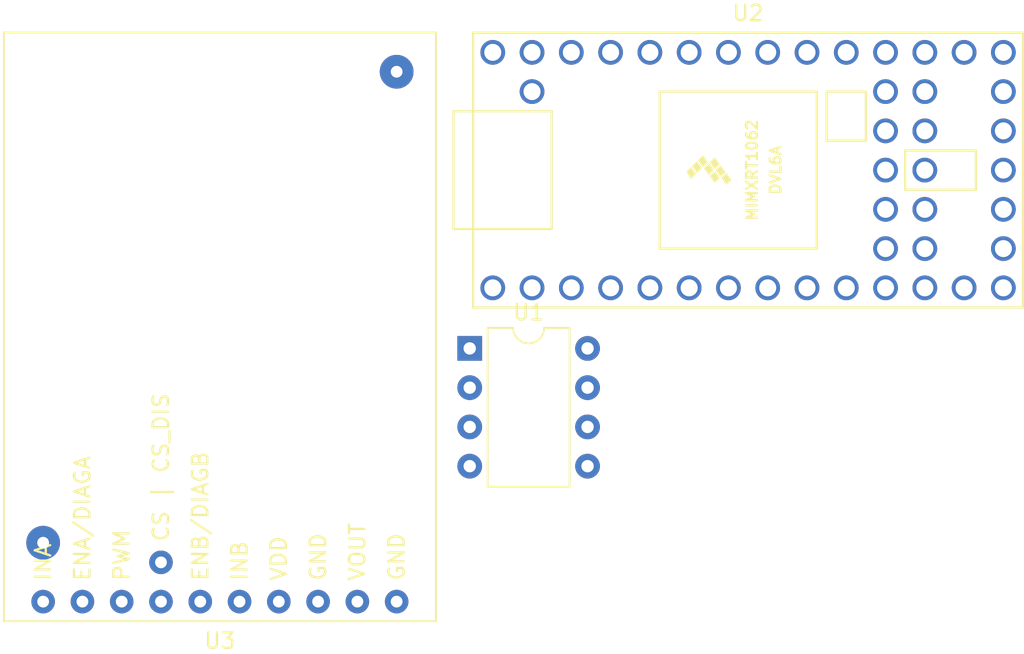
<source format=kicad_pcb>
(kicad_pcb (version 20171130) (host pcbnew 5.1.8-db9833491~87~ubuntu18.04.1)

  (general
    (thickness 1.6)
    (drawings 0)
    (tracks 0)
    (zones 0)
    (modules 3)
    (nets 64)
  )

  (page A4)
  (layers
    (0 F.Cu signal)
    (31 B.Cu signal)
    (32 B.Adhes user)
    (33 F.Adhes user)
    (34 B.Paste user)
    (35 F.Paste user)
    (36 B.SilkS user)
    (37 F.SilkS user)
    (38 B.Mask user)
    (39 F.Mask user)
    (40 Dwgs.User user)
    (41 Cmts.User user)
    (42 Eco1.User user)
    (43 Eco2.User user)
    (44 Edge.Cuts user)
    (45 Margin user)
    (46 B.CrtYd user)
    (47 F.CrtYd user)
    (48 B.Fab user)
    (49 F.Fab user)
  )

  (setup
    (last_trace_width 0.25)
    (trace_clearance 0.2)
    (zone_clearance 0.508)
    (zone_45_only no)
    (trace_min 0.2)
    (via_size 0.8)
    (via_drill 0.4)
    (via_min_size 0.4)
    (via_min_drill 0.3)
    (uvia_size 0.3)
    (uvia_drill 0.1)
    (uvias_allowed no)
    (uvia_min_size 0.2)
    (uvia_min_drill 0.1)
    (edge_width 0.05)
    (segment_width 0.2)
    (pcb_text_width 0.3)
    (pcb_text_size 1.5 1.5)
    (mod_edge_width 0.12)
    (mod_text_size 1 1)
    (mod_text_width 0.15)
    (pad_size 1.524 1.524)
    (pad_drill 0.762)
    (pad_to_mask_clearance 0)
    (aux_axis_origin 0 0)
    (visible_elements FFFFFF7F)
    (pcbplotparams
      (layerselection 0x010fc_ffffffff)
      (usegerberextensions false)
      (usegerberattributes true)
      (usegerberadvancedattributes true)
      (creategerberjobfile true)
      (excludeedgelayer true)
      (linewidth 0.100000)
      (plotframeref false)
      (viasonmask false)
      (mode 1)
      (useauxorigin false)
      (hpglpennumber 1)
      (hpglpenspeed 20)
      (hpglpendiameter 15.000000)
      (psnegative false)
      (psa4output false)
      (plotreference true)
      (plotvalue true)
      (plotinvisibletext false)
      (padsonsilk false)
      (subtractmaskfromsilk false)
      (outputformat 1)
      (mirror false)
      (drillshape 1)
      (scaleselection 1)
      (outputdirectory ""))
  )

  (net 0 "")
  (net 1 "Net-(U1-Pad1)")
  (net 2 "Net-(U1-Pad5)")
  (net 3 "Net-(U1-Pad2)")
  (net 4 "Net-(U1-Pad6)")
  (net 5 "Net-(U1-Pad3)")
  (net 6 "Net-(U1-Pad7)")
  (net 7 "Net-(U1-Pad4)")
  (net 8 "Net-(U1-Pad8)")
  (net 9 "Net-(U2-Pad17)")
  (net 10 "Net-(U2-Pad18)")
  (net 11 "Net-(U2-Pad19)")
  (net 12 "Net-(U2-Pad20)")
  (net 13 "Net-(U2-Pad16)")
  (net 14 "Net-(U2-Pad15)")
  (net 15 "Net-(U2-Pad14)")
  (net 16 "Net-(U2-Pad21)")
  (net 17 "Net-(U2-Pad22)")
  (net 18 "Net-(U2-Pad23)")
  (net 19 "Net-(U2-Pad24)")
  (net 20 "Net-(U2-Pad25)")
  (net 21 "Net-(U2-Pad26)")
  (net 22 "Net-(U2-Pad27)")
  (net 23 "Net-(U2-Pad28)")
  (net 24 "Net-(U2-Pad29)")
  (net 25 "Net-(U2-Pad30)")
  (net 26 "Net-(U2-Pad31)")
  (net 27 "Net-(U2-Pad32)")
  (net 28 "Net-(U2-Pad33)")
  (net 29 "Net-(U2-Pad34)")
  (net 30 "Net-(U2-Pad13)")
  (net 31 "Net-(U2-Pad12)")
  (net 32 "Net-(U2-Pad11)")
  (net 33 "Net-(U2-Pad10)")
  (net 34 "Net-(U2-Pad9)")
  (net 35 "Net-(U2-Pad8)")
  (net 36 "Net-(U2-Pad7)")
  (net 37 "Net-(U2-Pad6)")
  (net 38 "Net-(U2-Pad5)")
  (net 39 "Net-(U2-Pad4)")
  (net 40 "Net-(U2-Pad3)")
  (net 41 "Net-(U2-Pad2)")
  (net 42 "Net-(U2-Pad1)")
  (net 43 "Net-(U2-Pad35)")
  (net 44 "Net-(U2-Pad36)")
  (net 45 "Net-(U2-Pad37)")
  (net 46 "Net-(U2-Pad38)")
  (net 47 "Net-(U2-Pad39)")
  (net 48 "Net-(U2-Pad40)")
  (net 49 "Net-(U2-Pad41)")
  (net 50 "Net-(U2-Pad42)")
  (net 51 "Net-(U2-Pad43)")
  (net 52 "Net-(U2-Pad44)")
  (net 53 "Net-(U3-Pad11)")
  (net 54 "Net-(U3-Pad10)")
  (net 55 "Net-(U3-Pad9)")
  (net 56 "Net-(U3-Pad8)")
  (net 57 "Net-(U3-Pad7)")
  (net 58 "Net-(U3-Pad6)")
  (net 59 "Net-(U3-Pad5)")
  (net 60 "Net-(U3-Pad4)")
  (net 61 "Net-(U3-Pad3)")
  (net 62 "Net-(U3-Pad2)")
  (net 63 "Net-(U3-Pad1)")

  (net_class Default "This is the default net class."
    (clearance 0.2)
    (trace_width 0.25)
    (via_dia 0.8)
    (via_drill 0.4)
    (uvia_dia 0.3)
    (uvia_drill 0.1)
    (add_net "Net-(U1-Pad1)")
    (add_net "Net-(U1-Pad2)")
    (add_net "Net-(U1-Pad3)")
    (add_net "Net-(U1-Pad4)")
    (add_net "Net-(U1-Pad5)")
    (add_net "Net-(U1-Pad6)")
    (add_net "Net-(U1-Pad7)")
    (add_net "Net-(U1-Pad8)")
    (add_net "Net-(U2-Pad1)")
    (add_net "Net-(U2-Pad10)")
    (add_net "Net-(U2-Pad11)")
    (add_net "Net-(U2-Pad12)")
    (add_net "Net-(U2-Pad13)")
    (add_net "Net-(U2-Pad14)")
    (add_net "Net-(U2-Pad15)")
    (add_net "Net-(U2-Pad16)")
    (add_net "Net-(U2-Pad17)")
    (add_net "Net-(U2-Pad18)")
    (add_net "Net-(U2-Pad19)")
    (add_net "Net-(U2-Pad2)")
    (add_net "Net-(U2-Pad20)")
    (add_net "Net-(U2-Pad21)")
    (add_net "Net-(U2-Pad22)")
    (add_net "Net-(U2-Pad23)")
    (add_net "Net-(U2-Pad24)")
    (add_net "Net-(U2-Pad25)")
    (add_net "Net-(U2-Pad26)")
    (add_net "Net-(U2-Pad27)")
    (add_net "Net-(U2-Pad28)")
    (add_net "Net-(U2-Pad29)")
    (add_net "Net-(U2-Pad3)")
    (add_net "Net-(U2-Pad30)")
    (add_net "Net-(U2-Pad31)")
    (add_net "Net-(U2-Pad32)")
    (add_net "Net-(U2-Pad33)")
    (add_net "Net-(U2-Pad34)")
    (add_net "Net-(U2-Pad35)")
    (add_net "Net-(U2-Pad36)")
    (add_net "Net-(U2-Pad37)")
    (add_net "Net-(U2-Pad38)")
    (add_net "Net-(U2-Pad39)")
    (add_net "Net-(U2-Pad4)")
    (add_net "Net-(U2-Pad40)")
    (add_net "Net-(U2-Pad41)")
    (add_net "Net-(U2-Pad42)")
    (add_net "Net-(U2-Pad43)")
    (add_net "Net-(U2-Pad44)")
    (add_net "Net-(U2-Pad5)")
    (add_net "Net-(U2-Pad6)")
    (add_net "Net-(U2-Pad7)")
    (add_net "Net-(U2-Pad8)")
    (add_net "Net-(U2-Pad9)")
    (add_net "Net-(U3-Pad1)")
    (add_net "Net-(U3-Pad10)")
    (add_net "Net-(U3-Pad11)")
    (add_net "Net-(U3-Pad2)")
    (add_net "Net-(U3-Pad3)")
    (add_net "Net-(U3-Pad4)")
    (add_net "Net-(U3-Pad5)")
    (add_net "Net-(U3-Pad6)")
    (add_net "Net-(U3-Pad7)")
    (add_net "Net-(U3-Pad8)")
    (add_net "Net-(U3-Pad9)")
  )

  (module Package_DIP:DIP-8_W7.62mm (layer F.Cu) (tedit 5A02E8C5) (tstamp 5FA8A0AA)
    (at 154.835001 50.985001)
    (descr "8-lead though-hole mounted DIP package, row spacing 7.62 mm (300 mils)")
    (tags "THT DIP DIL PDIP 2.54mm 7.62mm 300mil")
    (path /5FA83887)
    (fp_text reference U1 (at 3.81 -2.33) (layer F.SilkS)
      (effects (font (size 1 1) (thickness 0.15)))
    )
    (fp_text value LM2574N-5 (at 3.81 9.95) (layer F.Fab)
      (effects (font (size 1 1) (thickness 0.15)))
    )
    (fp_line (start 8.7 -1.55) (end -1.1 -1.55) (layer F.CrtYd) (width 0.05))
    (fp_line (start 8.7 9.15) (end 8.7 -1.55) (layer F.CrtYd) (width 0.05))
    (fp_line (start -1.1 9.15) (end 8.7 9.15) (layer F.CrtYd) (width 0.05))
    (fp_line (start -1.1 -1.55) (end -1.1 9.15) (layer F.CrtYd) (width 0.05))
    (fp_line (start 6.46 -1.33) (end 4.81 -1.33) (layer F.SilkS) (width 0.12))
    (fp_line (start 6.46 8.95) (end 6.46 -1.33) (layer F.SilkS) (width 0.12))
    (fp_line (start 1.16 8.95) (end 6.46 8.95) (layer F.SilkS) (width 0.12))
    (fp_line (start 1.16 -1.33) (end 1.16 8.95) (layer F.SilkS) (width 0.12))
    (fp_line (start 2.81 -1.33) (end 1.16 -1.33) (layer F.SilkS) (width 0.12))
    (fp_line (start 0.635 -0.27) (end 1.635 -1.27) (layer F.Fab) (width 0.1))
    (fp_line (start 0.635 8.89) (end 0.635 -0.27) (layer F.Fab) (width 0.1))
    (fp_line (start 6.985 8.89) (end 0.635 8.89) (layer F.Fab) (width 0.1))
    (fp_line (start 6.985 -1.27) (end 6.985 8.89) (layer F.Fab) (width 0.1))
    (fp_line (start 1.635 -1.27) (end 6.985 -1.27) (layer F.Fab) (width 0.1))
    (fp_arc (start 3.81 -1.33) (end 2.81 -1.33) (angle -180) (layer F.SilkS) (width 0.12))
    (fp_text user %R (at 3.81 3.81) (layer F.Fab)
      (effects (font (size 1 1) (thickness 0.15)))
    )
    (pad 1 thru_hole rect (at 0 0) (size 1.6 1.6) (drill 0.8) (layers *.Cu *.Mask)
      (net 1 "Net-(U1-Pad1)"))
    (pad 5 thru_hole oval (at 7.62 7.62) (size 1.6 1.6) (drill 0.8) (layers *.Cu *.Mask)
      (net 2 "Net-(U1-Pad5)"))
    (pad 2 thru_hole oval (at 0 2.54) (size 1.6 1.6) (drill 0.8) (layers *.Cu *.Mask)
      (net 3 "Net-(U1-Pad2)"))
    (pad 6 thru_hole oval (at 7.62 5.08) (size 1.6 1.6) (drill 0.8) (layers *.Cu *.Mask)
      (net 4 "Net-(U1-Pad6)"))
    (pad 3 thru_hole oval (at 0 5.08) (size 1.6 1.6) (drill 0.8) (layers *.Cu *.Mask)
      (net 5 "Net-(U1-Pad3)"))
    (pad 7 thru_hole oval (at 7.62 2.54) (size 1.6 1.6) (drill 0.8) (layers *.Cu *.Mask)
      (net 6 "Net-(U1-Pad7)"))
    (pad 4 thru_hole oval (at 0 7.62) (size 1.6 1.6) (drill 0.8) (layers *.Cu *.Mask)
      (net 7 "Net-(U1-Pad4)"))
    (pad 8 thru_hole oval (at 7.62 0) (size 1.6 1.6) (drill 0.8) (layers *.Cu *.Mask)
      (net 8 "Net-(U1-Pad8)"))
    (model ${KISYS3DMOD}/Package_DIP.3dshapes/DIP-8_W7.62mm.wrl
      (at (xyz 0 0 0))
      (scale (xyz 1 1 1))
      (rotate (xyz 0 0 0))
    )
  )

  (module teensy:Teensy40 (layer F.Cu) (tedit 5FA83DCA) (tstamp 5FA8A0FA)
    (at 172.835001 39.445001)
    (path /5FA816CD)
    (fp_text reference U2 (at 0 -10.16) (layer F.SilkS)
      (effects (font (size 1 1) (thickness 0.15)))
    )
    (fp_text value Teensy4.0 (at 0 10.16) (layer F.Fab)
      (effects (font (size 1 1) (thickness 0.15)))
    )
    (fp_line (start -17.78 3.81) (end -19.05 3.81) (layer F.SilkS) (width 0.15))
    (fp_line (start -19.05 3.81) (end -19.05 -3.81) (layer F.SilkS) (width 0.15))
    (fp_line (start -19.05 -3.81) (end -17.78 -3.81) (layer F.SilkS) (width 0.15))
    (fp_line (start -12.7 3.81) (end -12.7 -3.81) (layer F.SilkS) (width 0.15))
    (fp_line (start -12.7 -3.81) (end -17.78 -3.81) (layer F.SilkS) (width 0.15))
    (fp_line (start -12.7 3.81) (end -17.78 3.81) (layer F.SilkS) (width 0.15))
    (fp_line (start 14.732 -1.27) (end 14.732 1.27) (layer F.SilkS) (width 0.15))
    (fp_line (start 14.732 1.27) (end 10.16 1.27) (layer F.SilkS) (width 0.15))
    (fp_line (start 10.16 1.27) (end 10.16 -1.27) (layer F.SilkS) (width 0.15))
    (fp_line (start 10.16 -1.27) (end 14.732 -1.27) (layer F.SilkS) (width 0.15))
    (fp_line (start 4.445 5.08) (end 4.445 -5.08) (layer F.SilkS) (width 0.15))
    (fp_line (start -5.715 -5.08) (end -5.715 5.08) (layer F.SilkS) (width 0.15))
    (fp_line (start 4.445 -5.08) (end -5.715 -5.08) (layer F.SilkS) (width 0.15))
    (fp_line (start 4.445 5.08) (end -5.715 5.08) (layer F.SilkS) (width 0.15))
    (fp_line (start -17.78 -8.89) (end 17.78 -8.89) (layer F.SilkS) (width 0.15))
    (fp_line (start 17.78 -8.89) (end 17.78 8.89) (layer F.SilkS) (width 0.15))
    (fp_line (start 17.78 8.89) (end -17.78 8.89) (layer F.SilkS) (width 0.15))
    (fp_line (start -17.78 8.89) (end -17.78 -8.89) (layer F.SilkS) (width 0.15))
    (fp_line (start 5.08 -5.08) (end 7.62 -5.08) (layer F.SilkS) (width 0.15))
    (fp_line (start 7.62 -5.08) (end 7.62 -1.905) (layer F.SilkS) (width 0.15))
    (fp_line (start 7.62 -1.905) (end 5.08 -1.905) (layer F.SilkS) (width 0.15))
    (fp_line (start 5.08 -1.905) (end 5.08 -5.08) (layer F.SilkS) (width 0.15))
    (fp_poly (pts (xy -3.175 -0.635) (xy -2.921 -0.889) (xy -2.667 -0.508) (xy -2.921 -0.254)) (layer F.SilkS) (width 0.1))
    (fp_poly (pts (xy -2.794 -0.127) (xy -2.54 -0.381) (xy -2.286 0) (xy -2.54 0.254)) (layer F.SilkS) (width 0.1))
    (fp_poly (pts (xy -2.413 0.381) (xy -2.159 0.127) (xy -1.905 0.508) (xy -2.159 0.762)) (layer F.SilkS) (width 0.1))
    (fp_poly (pts (xy -2.413 -0.508) (xy -2.159 -0.762) (xy -1.905 -0.381) (xy -2.159 -0.127)) (layer F.SilkS) (width 0.1))
    (fp_poly (pts (xy -2.032 0) (xy -1.778 -0.254) (xy -1.524 0.127) (xy -1.778 0.381)) (layer F.SilkS) (width 0.1))
    (fp_poly (pts (xy -1.651 0.508) (xy -1.397 0.254) (xy -1.143 0.635) (xy -1.397 0.889)) (layer F.SilkS) (width 0.1))
    (fp_poly (pts (xy -3.556 -0.254) (xy -3.302 -0.508) (xy -3.048 -0.127) (xy -3.302 0.127)) (layer F.SilkS) (width 0.1))
    (fp_poly (pts (xy -3.937 0.127) (xy -3.683 -0.127) (xy -3.429 0.254) (xy -3.683 0.508)) (layer F.SilkS) (width 0.1))
    (fp_text user MIMXRT1062 (at 0.254 0 90) (layer F.SilkS)
      (effects (font (size 0.7 0.7) (thickness 0.15)))
    )
    (fp_text user DVL6A (at 1.778 0 90) (layer F.SilkS)
      (effects (font (size 0.7 0.7) (thickness 0.15)))
    )
    (pad 17 thru_hole circle (at 16.51 0) (size 1.6 1.6) (drill 1.1) (layers *.Cu *.Mask)
      (net 9 "Net-(U2-Pad17)"))
    (pad 18 thru_hole circle (at 16.51 -2.54) (size 1.6 1.6) (drill 1.1) (layers *.Cu *.Mask)
      (net 10 "Net-(U2-Pad18)"))
    (pad 19 thru_hole circle (at 16.51 -5.08) (size 1.6 1.6) (drill 1.1) (layers *.Cu *.Mask)
      (net 11 "Net-(U2-Pad19)"))
    (pad 20 thru_hole circle (at 16.51 -7.62) (size 1.6 1.6) (drill 1.1) (layers *.Cu *.Mask)
      (net 12 "Net-(U2-Pad20)"))
    (pad 16 thru_hole circle (at 16.51 2.54) (size 1.6 1.6) (drill 1.1) (layers *.Cu *.Mask)
      (net 13 "Net-(U2-Pad16)"))
    (pad 15 thru_hole circle (at 16.51 5.08) (size 1.6 1.6) (drill 1.1) (layers *.Cu *.Mask)
      (net 14 "Net-(U2-Pad15)"))
    (pad 14 thru_hole circle (at 16.51 7.62) (size 1.6 1.6) (drill 1.1) (layers *.Cu *.Mask)
      (net 15 "Net-(U2-Pad14)"))
    (pad 21 thru_hole circle (at 13.97 -7.62) (size 1.6 1.6) (drill 1.1) (layers *.Cu *.Mask)
      (net 16 "Net-(U2-Pad21)"))
    (pad 22 thru_hole circle (at 11.43 -7.62) (size 1.6 1.6) (drill 1.1) (layers *.Cu *.Mask)
      (net 17 "Net-(U2-Pad22)"))
    (pad 23 thru_hole circle (at 8.89 -7.62) (size 1.6 1.6) (drill 1.1) (layers *.Cu *.Mask)
      (net 18 "Net-(U2-Pad23)"))
    (pad 24 thru_hole circle (at 6.35 -7.62) (size 1.6 1.6) (drill 1.1) (layers *.Cu *.Mask)
      (net 19 "Net-(U2-Pad24)"))
    (pad 25 thru_hole circle (at 3.81 -7.62) (size 1.6 1.6) (drill 1.1) (layers *.Cu *.Mask)
      (net 20 "Net-(U2-Pad25)"))
    (pad 26 thru_hole circle (at 1.27 -7.62) (size 1.6 1.6) (drill 1.1) (layers *.Cu *.Mask)
      (net 21 "Net-(U2-Pad26)"))
    (pad 27 thru_hole circle (at -1.27 -7.62) (size 1.6 1.6) (drill 1.1) (layers *.Cu *.Mask)
      (net 22 "Net-(U2-Pad27)"))
    (pad 28 thru_hole circle (at -3.81 -7.62) (size 1.6 1.6) (drill 1.1) (layers *.Cu *.Mask)
      (net 23 "Net-(U2-Pad28)"))
    (pad 29 thru_hole circle (at -6.35 -7.62) (size 1.6 1.6) (drill 1.1) (layers *.Cu *.Mask)
      (net 24 "Net-(U2-Pad29)"))
    (pad 30 thru_hole circle (at -8.89 -7.62) (size 1.6 1.6) (drill 1.1) (layers *.Cu *.Mask)
      (net 25 "Net-(U2-Pad30)"))
    (pad 31 thru_hole circle (at -11.43 -7.62) (size 1.6 1.6) (drill 1.1) (layers *.Cu *.Mask)
      (net 26 "Net-(U2-Pad31)"))
    (pad 32 thru_hole circle (at -13.97 -7.62) (size 1.6 1.6) (drill 1.1) (layers *.Cu *.Mask)
      (net 27 "Net-(U2-Pad32)"))
    (pad 33 thru_hole circle (at -16.51 -7.62) (size 1.6 1.6) (drill 1.1) (layers *.Cu *.Mask)
      (net 28 "Net-(U2-Pad33)"))
    (pad 34 thru_hole circle (at -13.97 -5.08) (size 1.6 1.6) (drill 1.1) (layers *.Cu *.Mask)
      (net 29 "Net-(U2-Pad34)"))
    (pad 13 thru_hole circle (at 13.97 7.62) (size 1.6 1.6) (drill 1.1) (layers *.Cu *.Mask)
      (net 30 "Net-(U2-Pad13)"))
    (pad 12 thru_hole circle (at 11.43 7.62) (size 1.6 1.6) (drill 1.1) (layers *.Cu *.Mask)
      (net 31 "Net-(U2-Pad12)"))
    (pad 11 thru_hole circle (at 8.89 7.62) (size 1.6 1.6) (drill 1.1) (layers *.Cu *.Mask)
      (net 32 "Net-(U2-Pad11)"))
    (pad 10 thru_hole circle (at 6.35 7.62) (size 1.6 1.6) (drill 1.1) (layers *.Cu *.Mask)
      (net 33 "Net-(U2-Pad10)"))
    (pad 9 thru_hole circle (at 3.81 7.62) (size 1.6 1.6) (drill 1.1) (layers *.Cu *.Mask)
      (net 34 "Net-(U2-Pad9)"))
    (pad 8 thru_hole circle (at 1.27 7.62) (size 1.6 1.6) (drill 1.1) (layers *.Cu *.Mask)
      (net 35 "Net-(U2-Pad8)"))
    (pad 7 thru_hole circle (at -1.27 7.62) (size 1.6 1.6) (drill 1.1) (layers *.Cu *.Mask)
      (net 36 "Net-(U2-Pad7)"))
    (pad 6 thru_hole circle (at -3.81 7.62) (size 1.6 1.6) (drill 1.1) (layers *.Cu *.Mask)
      (net 37 "Net-(U2-Pad6)"))
    (pad 5 thru_hole circle (at -6.35 7.62) (size 1.6 1.6) (drill 1.1) (layers *.Cu *.Mask)
      (net 38 "Net-(U2-Pad5)"))
    (pad 4 thru_hole circle (at -8.89 7.62) (size 1.6 1.6) (drill 1.1) (layers *.Cu *.Mask)
      (net 39 "Net-(U2-Pad4)"))
    (pad 3 thru_hole circle (at -11.43 7.62) (size 1.6 1.6) (drill 1.1) (layers *.Cu *.Mask)
      (net 40 "Net-(U2-Pad3)"))
    (pad 2 thru_hole circle (at -13.97 7.62) (size 1.6 1.6) (drill 1.1) (layers *.Cu *.Mask)
      (net 41 "Net-(U2-Pad2)"))
    (pad 1 thru_hole circle (at -16.51 7.62) (size 1.6 1.6) (drill 1.1) (layers *.Cu *.Mask)
      (net 42 "Net-(U2-Pad1)"))
    (pad 35 thru_hole circle (at 11.43 -5.08) (size 1.6 1.6) (drill 1.1) (layers *.Cu *.Mask)
      (net 43 "Net-(U2-Pad35)"))
    (pad 36 thru_hole circle (at 8.89 -5.08) (size 1.6 1.6) (drill 1.1) (layers *.Cu *.Mask)
      (net 44 "Net-(U2-Pad36)"))
    (pad 37 thru_hole circle (at 11.43 -2.54) (size 1.6 1.6) (drill 1.1) (layers *.Cu *.Mask)
      (net 45 "Net-(U2-Pad37)"))
    (pad 38 thru_hole circle (at 8.89 -2.54) (size 1.6 1.6) (drill 1.1) (layers *.Cu *.Mask)
      (net 46 "Net-(U2-Pad38)"))
    (pad 39 thru_hole circle (at 11.43 0) (size 1.6 1.6) (drill 1.1) (layers *.Cu *.Mask)
      (net 47 "Net-(U2-Pad39)"))
    (pad 40 thru_hole circle (at 8.89 0) (size 1.6 1.6) (drill 1.1) (layers *.Cu *.Mask)
      (net 48 "Net-(U2-Pad40)"))
    (pad 41 thru_hole circle (at 11.43 2.54) (size 1.6 1.6) (drill 1.1) (layers *.Cu *.Mask)
      (net 49 "Net-(U2-Pad41)"))
    (pad 42 thru_hole circle (at 8.89 2.54) (size 1.6 1.6) (drill 1.1) (layers *.Cu *.Mask)
      (net 50 "Net-(U2-Pad42)"))
    (pad 43 thru_hole circle (at 11.43 5.08) (size 1.6 1.6) (drill 1.1) (layers *.Cu *.Mask)
      (net 51 "Net-(U2-Pad43)"))
    (pad 44 thru_hole circle (at 8.89 5.08) (size 1.6 1.6) (drill 1.1) (layers *.Cu *.Mask)
      (net 52 "Net-(U2-Pad44)"))
    (model ${KISYS3DMOD}/Teensy.3dshapes/Teensy_4.0_Assembly.step
      (offset (xyz 33.02 9.398 -12.7))
      (scale (xyz 1 1 1))
      (rotate (xyz -90 0 0))
    )
  )

  (module Pololu:md15a (layer F.Cu) (tedit 5FA83917) (tstamp 5FA8A119)
    (at 124.71 68.640001)
    (descr "pololu motor driver with VNH5019")
    (tags "VNH5019 md15a")
    (path /5FA82B2B)
    (fp_text reference U3 (at 13.97 1.27) (layer F.SilkS)
      (effects (font (size 1 1) (thickness 0.15)))
    )
    (fp_text value MD15A (at 13.97 -21.59) (layer F.Fab)
      (effects (font (size 2.54 2.54) (thickness 0.15)))
    )
    (fp_line (start 0 0) (end 27.94 0) (layer F.SilkS) (width 0.12))
    (fp_line (start 27.94 0) (end 27.94 -38.1) (layer F.SilkS) (width 0.12))
    (fp_line (start 27.94 -38.1) (end 0 -38.1) (layer F.SilkS) (width 0.12))
    (fp_line (start 0 -38.1) (end 0 0) (layer F.SilkS) (width 0.12))
    (fp_text user GND (at 25.4 -2.54 90) (layer F.SilkS)
      (effects (font (size 1 1) (thickness 0.15)) (justify left))
    )
    (fp_text user VOUT (at 22.86 -2.54 90) (layer F.SilkS)
      (effects (font (size 1 1) (thickness 0.15)) (justify left))
    )
    (fp_text user GND (at 20.32 -2.54 90) (layer F.SilkS)
      (effects (font (size 1 1) (thickness 0.15)) (justify left))
    )
    (fp_text user VDD (at 17.78 -2.54 90) (layer F.SilkS)
      (effects (font (size 1 1) (thickness 0.15)) (justify left))
    )
    (fp_text user INB (at 15.24 -2.54 90) (layer F.SilkS)
      (effects (font (size 1 1) (thickness 0.15)) (justify left))
    )
    (fp_text user ENB/DIAGB (at 12.7 -2.54 90) (layer F.SilkS)
      (effects (font (size 1 1) (thickness 0.15)) (justify left))
    )
    (fp_text user "CS | CS_DIS" (at 10.16 -5.08 90) (layer F.SilkS)
      (effects (font (size 1 1) (thickness 0.15)) (justify left))
    )
    (fp_text user PWM (at 7.62 -2.54 90) (layer F.SilkS)
      (effects (font (size 1 1) (thickness 0.15)) (justify left))
    )
    (fp_text user ENA/DIAGA (at 5.08 -2.54 90) (layer F.SilkS)
      (effects (font (size 1 1) (thickness 0.15)) (justify left))
    )
    (fp_text user INA (at 2.54 -2.54 90) (layer F.SilkS)
      (effects (font (size 1 1) (thickness 0.15)) (justify left))
    )
    (pad "" np_thru_hole circle (at 25.4 -35.56) (size 2.1844 2.1844) (drill 0.762) (layers *.Cu *.Mask))
    (pad "" np_thru_hole circle (at 2.54 -5.08) (size 2.1844 2.1844) (drill 0.762) (layers *.Cu *.Mask))
    (pad 11 thru_hole circle (at 10.16 -3.81) (size 1.524 1.524) (drill 0.762) (layers *.Cu *.Mask)
      (net 53 "Net-(U3-Pad11)"))
    (pad 10 thru_hole circle (at 25.4 -1.27) (size 1.524 1.524) (drill 0.762) (layers *.Cu *.Mask)
      (net 54 "Net-(U3-Pad10)"))
    (pad 9 thru_hole circle (at 22.86 -1.27) (size 1.524 1.524) (drill 0.762) (layers *.Cu *.Mask)
      (net 55 "Net-(U3-Pad9)"))
    (pad 8 thru_hole circle (at 20.32 -1.27) (size 1.524 1.524) (drill 0.762) (layers *.Cu *.Mask)
      (net 56 "Net-(U3-Pad8)"))
    (pad 7 thru_hole circle (at 17.78 -1.27) (size 1.524 1.524) (drill 0.762) (layers *.Cu *.Mask)
      (net 57 "Net-(U3-Pad7)"))
    (pad 6 thru_hole circle (at 15.24 -1.27) (size 1.524 1.524) (drill 0.762) (layers *.Cu *.Mask)
      (net 58 "Net-(U3-Pad6)"))
    (pad 5 thru_hole circle (at 12.7 -1.27) (size 1.524 1.524) (drill 0.762) (layers *.Cu *.Mask)
      (net 59 "Net-(U3-Pad5)"))
    (pad 4 thru_hole circle (at 10.16 -1.27) (size 1.524 1.524) (drill 0.762) (layers *.Cu *.Mask)
      (net 60 "Net-(U3-Pad4)"))
    (pad 3 thru_hole circle (at 7.62 -1.27) (size 1.524 1.524) (drill 0.762) (layers *.Cu *.Mask)
      (net 61 "Net-(U3-Pad3)"))
    (pad 2 thru_hole circle (at 5.08 -1.27) (size 1.524 1.524) (drill 0.762) (layers *.Cu *.Mask)
      (net 62 "Net-(U3-Pad2)"))
    (pad 1 thru_hole circle (at 2.54 -1.27) (size 1.524 1.524) (drill 0.762) (layers *.Cu *.Mask)
      (net 63 "Net-(U3-Pad1)"))
    (model ${KISYS3DMOD}/Pololu.3dshapes/md15a_motor_driver.step
      (offset (xyz 27.94 0 -1.651))
      (scale (xyz 1 1 1))
      (rotate (xyz 0 0 -90))
    )
  )

)

</source>
